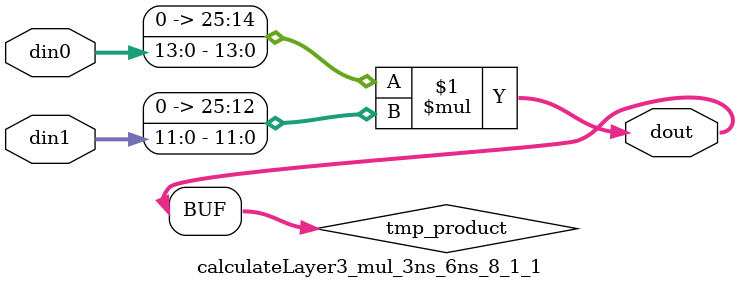
<source format=v>

`timescale 1 ns / 1 ps

  module calculateLayer3_mul_3ns_6ns_8_1_1(din0, din1, dout);
parameter ID = 1;
parameter NUM_STAGE = 0;
parameter din0_WIDTH = 14;
parameter din1_WIDTH = 12;
parameter dout_WIDTH = 26;

input [din0_WIDTH - 1 : 0] din0; 
input [din1_WIDTH - 1 : 0] din1; 
output [dout_WIDTH - 1 : 0] dout;

wire signed [dout_WIDTH - 1 : 0] tmp_product;










assign tmp_product = $signed({1'b0, din0}) * $signed({1'b0, din1});











assign dout = tmp_product;







endmodule

</source>
